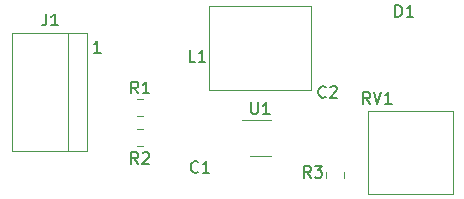
<source format=gbr>
%TF.GenerationSoftware,KiCad,Pcbnew,(6.0.6)*%
%TF.CreationDate,2023-04-07T17:46:17+02:00*%
%TF.ProjectId,LedDriver,4c656444-7269-4766-9572-2e6b69636164,rev?*%
%TF.SameCoordinates,Original*%
%TF.FileFunction,Legend,Top*%
%TF.FilePolarity,Positive*%
%FSLAX46Y46*%
G04 Gerber Fmt 4.6, Leading zero omitted, Abs format (unit mm)*
G04 Created by KiCad (PCBNEW (6.0.6)) date 2023-04-07 17:46:17*
%MOMM*%
%LPD*%
G01*
G04 APERTURE LIST*
%ADD10C,0.150000*%
%ADD11C,0.120000*%
G04 APERTURE END LIST*
D10*
%TO.C,D1*%
X158773904Y-77414380D02*
X158773904Y-76414380D01*
X159012000Y-76414380D01*
X159154857Y-76462000D01*
X159250095Y-76557238D01*
X159297714Y-76652476D01*
X159345333Y-76842952D01*
X159345333Y-76985809D01*
X159297714Y-77176285D01*
X159250095Y-77271523D01*
X159154857Y-77366761D01*
X159012000Y-77414380D01*
X158773904Y-77414380D01*
X160297714Y-77414380D02*
X159726285Y-77414380D01*
X160012000Y-77414380D02*
X160012000Y-76414380D01*
X159916761Y-76557238D01*
X159821523Y-76652476D01*
X159726285Y-76700095D01*
%TO.C,RV1*%
X156630761Y-84780380D02*
X156297428Y-84304190D01*
X156059333Y-84780380D02*
X156059333Y-83780380D01*
X156440285Y-83780380D01*
X156535523Y-83828000D01*
X156583142Y-83875619D01*
X156630761Y-83970857D01*
X156630761Y-84113714D01*
X156583142Y-84208952D01*
X156535523Y-84256571D01*
X156440285Y-84304190D01*
X156059333Y-84304190D01*
X156916476Y-83780380D02*
X157249809Y-84780380D01*
X157583142Y-83780380D01*
X158440285Y-84780380D02*
X157868857Y-84780380D01*
X158154571Y-84780380D02*
X158154571Y-83780380D01*
X158059333Y-83923238D01*
X157964095Y-84018476D01*
X157868857Y-84066095D01*
%TO.C,U1*%
X146558095Y-84632380D02*
X146558095Y-85441904D01*
X146605714Y-85537142D01*
X146653333Y-85584761D01*
X146748571Y-85632380D01*
X146939047Y-85632380D01*
X147034285Y-85584761D01*
X147081904Y-85537142D01*
X147129523Y-85441904D01*
X147129523Y-84632380D01*
X148129523Y-85632380D02*
X147558095Y-85632380D01*
X147843809Y-85632380D02*
X147843809Y-84632380D01*
X147748571Y-84775238D01*
X147653333Y-84870476D01*
X147558095Y-84918095D01*
%TO.C,R3*%
X151598333Y-91030316D02*
X151265000Y-90554126D01*
X151026904Y-91030316D02*
X151026904Y-90030316D01*
X151407857Y-90030316D01*
X151503095Y-90077936D01*
X151550714Y-90125555D01*
X151598333Y-90220793D01*
X151598333Y-90363650D01*
X151550714Y-90458888D01*
X151503095Y-90506507D01*
X151407857Y-90554126D01*
X151026904Y-90554126D01*
X151931666Y-90030316D02*
X152550714Y-90030316D01*
X152217380Y-90411269D01*
X152360238Y-90411269D01*
X152455476Y-90458888D01*
X152503095Y-90506507D01*
X152550714Y-90601745D01*
X152550714Y-90839840D01*
X152503095Y-90935078D01*
X152455476Y-90982697D01*
X152360238Y-91030316D01*
X152074523Y-91030316D01*
X151979285Y-90982697D01*
X151931666Y-90935078D01*
%TO.C,R2*%
X136993333Y-89860380D02*
X136660000Y-89384190D01*
X136421904Y-89860380D02*
X136421904Y-88860380D01*
X136802857Y-88860380D01*
X136898095Y-88908000D01*
X136945714Y-88955619D01*
X136993333Y-89050857D01*
X136993333Y-89193714D01*
X136945714Y-89288952D01*
X136898095Y-89336571D01*
X136802857Y-89384190D01*
X136421904Y-89384190D01*
X137374285Y-88955619D02*
X137421904Y-88908000D01*
X137517142Y-88860380D01*
X137755238Y-88860380D01*
X137850476Y-88908000D01*
X137898095Y-88955619D01*
X137945714Y-89050857D01*
X137945714Y-89146095D01*
X137898095Y-89288952D01*
X137326666Y-89860380D01*
X137945714Y-89860380D01*
%TO.C,R1*%
X136993333Y-83892380D02*
X136660000Y-83416190D01*
X136421904Y-83892380D02*
X136421904Y-82892380D01*
X136802857Y-82892380D01*
X136898095Y-82940000D01*
X136945714Y-82987619D01*
X136993333Y-83082857D01*
X136993333Y-83225714D01*
X136945714Y-83320952D01*
X136898095Y-83368571D01*
X136802857Y-83416190D01*
X136421904Y-83416190D01*
X137945714Y-83892380D02*
X137374285Y-83892380D01*
X137660000Y-83892380D02*
X137660000Y-82892380D01*
X137564761Y-83035238D01*
X137469523Y-83130476D01*
X137374285Y-83178095D01*
%TO.C,L1*%
X141819333Y-81224380D02*
X141343142Y-81224380D01*
X141343142Y-80224380D01*
X142676476Y-81224380D02*
X142105047Y-81224380D01*
X142390761Y-81224380D02*
X142390761Y-80224380D01*
X142295523Y-80367238D01*
X142200285Y-80462476D01*
X142105047Y-80510095D01*
%TO.C,J1*%
X129206666Y-77137380D02*
X129206666Y-77851666D01*
X129159047Y-77994523D01*
X129063809Y-78089761D01*
X128920952Y-78137380D01*
X128825714Y-78137380D01*
X130206666Y-78137380D02*
X129635238Y-78137380D01*
X129920952Y-78137380D02*
X129920952Y-77137380D01*
X129825714Y-77280238D01*
X129730476Y-77375476D01*
X129635238Y-77423095D01*
X133825714Y-80437380D02*
X133254285Y-80437380D01*
X133540000Y-80437380D02*
X133540000Y-79437380D01*
X133444761Y-79580238D01*
X133349523Y-79675476D01*
X133254285Y-79723095D01*
%TO.C,C2*%
X152868333Y-84177142D02*
X152820714Y-84224761D01*
X152677857Y-84272380D01*
X152582619Y-84272380D01*
X152439761Y-84224761D01*
X152344523Y-84129523D01*
X152296904Y-84034285D01*
X152249285Y-83843809D01*
X152249285Y-83700952D01*
X152296904Y-83510476D01*
X152344523Y-83415238D01*
X152439761Y-83320000D01*
X152582619Y-83272380D01*
X152677857Y-83272380D01*
X152820714Y-83320000D01*
X152868333Y-83367619D01*
X153249285Y-83367619D02*
X153296904Y-83320000D01*
X153392142Y-83272380D01*
X153630238Y-83272380D01*
X153725476Y-83320000D01*
X153773095Y-83367619D01*
X153820714Y-83462857D01*
X153820714Y-83558095D01*
X153773095Y-83700952D01*
X153201666Y-84272380D01*
X153820714Y-84272380D01*
%TO.C,C1*%
X142073333Y-90527142D02*
X142025714Y-90574761D01*
X141882857Y-90622380D01*
X141787619Y-90622380D01*
X141644761Y-90574761D01*
X141549523Y-90479523D01*
X141501904Y-90384285D01*
X141454285Y-90193809D01*
X141454285Y-90050952D01*
X141501904Y-89860476D01*
X141549523Y-89765238D01*
X141644761Y-89670000D01*
X141787619Y-89622380D01*
X141882857Y-89622380D01*
X142025714Y-89670000D01*
X142073333Y-89717619D01*
X143025714Y-90622380D02*
X142454285Y-90622380D01*
X142740000Y-90622380D02*
X142740000Y-89622380D01*
X142644761Y-89765238D01*
X142549523Y-89860476D01*
X142454285Y-89908095D01*
D11*
%TO.C,RV1*%
X156420000Y-92370000D02*
X163620000Y-92370000D01*
X163620000Y-92370000D02*
X163620000Y-85370000D01*
X163620000Y-85370000D02*
X156420000Y-85370000D01*
X156420000Y-85370000D02*
X156420000Y-92370000D01*
%TO.C,U1*%
X146440000Y-89190000D02*
X148200000Y-89190000D01*
X148200000Y-86120000D02*
X145770000Y-86120000D01*
%TO.C,R3*%
X154405000Y-90577936D02*
X154405000Y-91032064D01*
X152935000Y-90577936D02*
X152935000Y-91032064D01*
%TO.C,R2*%
X136932936Y-86895000D02*
X137387064Y-86895000D01*
X136932936Y-88365000D02*
X137387064Y-88365000D01*
%TO.C,R1*%
X136932936Y-85825000D02*
X137387064Y-85825000D01*
X136932936Y-84355000D02*
X137387064Y-84355000D01*
%TO.C,L1*%
X143002000Y-76454000D02*
X151638000Y-76454000D01*
X151638000Y-76454000D02*
X151638000Y-83566000D01*
X151638000Y-83566000D02*
X143002000Y-83566000D01*
X143002000Y-83566000D02*
X143002000Y-76454000D01*
%TO.C,J1*%
X126290000Y-88805000D02*
X132640000Y-88805000D01*
X126290000Y-78785000D02*
X132640000Y-78785000D01*
X132640000Y-78785000D02*
X132640000Y-88805000D01*
X131040000Y-78785000D02*
X131040000Y-88805000D01*
X126290000Y-88805000D02*
X126290000Y-78785000D01*
%TD*%
M02*

</source>
